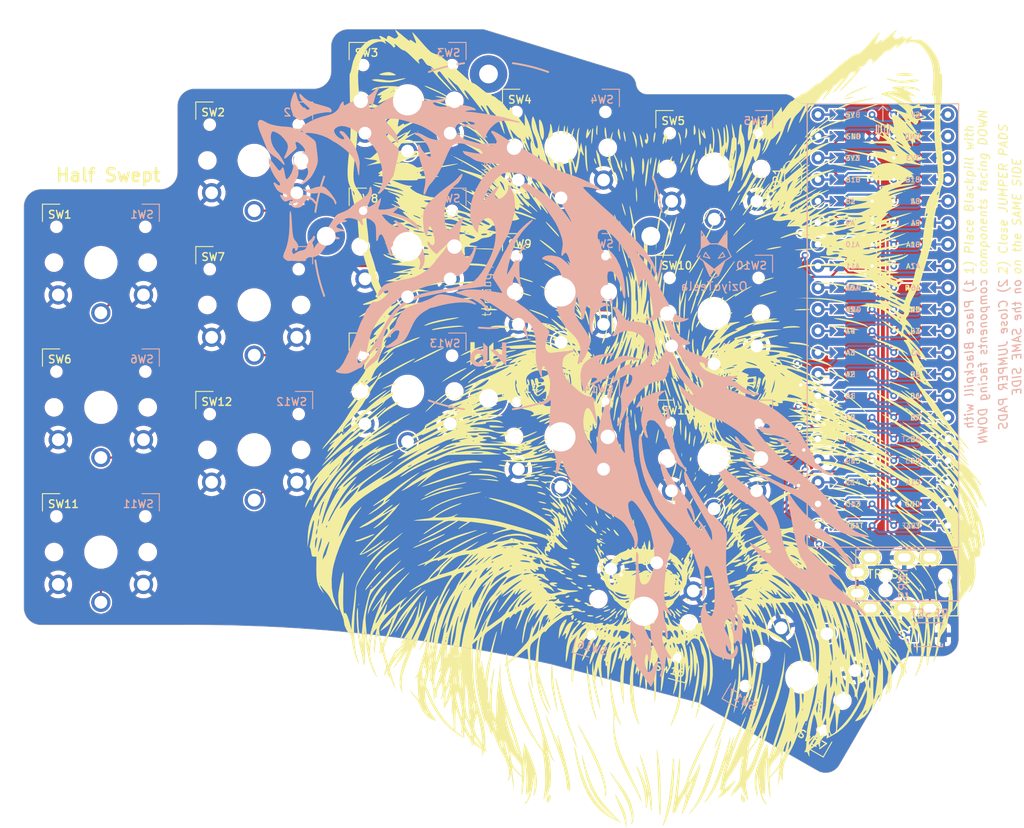
<source format=kicad_pcb>
(kicad_pcb (version 20221018) (generator pcbnew)
  (layers (0 "F.Cu" signal) (31 "B.Cu" signal) (34 "B.Paste" user) (35 "F.Paste" user) (36 "B.SilkS" user "B.Silkscreen") (37 "F.SilkS" user "F.Silkscreen") (38 "B.Mask" user) (39 "F.Mask" user) (44 "Edge.Cuts" user))
  (net 0 "")
  (net 1 "gnd")
  (net 2 "vcc")
  (net 3 "reset")
  (net 4 "Switch1")
  (net 5 "Switch2")
  (net 6 "Switch3")
  (net 7 "Switch4")
  (net 8 "Switch5")
  (net 9 "Switch6")
  (net 10 "Switch7")
  (net 11 "Switch8")
  (net 12 "Switch9")
  (net 13 "Switch10")
  (net 14 "Switch11")
  (net 15 "Switch12")
  (net 16 "Switch13")
  (net 17 "Switch14")
  (net 18 "Switch15")
  (net 19 "Switch16")
  (net 20 "Switch17")
  (net 21 "raw")
  (net 33 "data")
  (net 34 "unconnected-(J1-PadA)")
  (net 36 "hand")
  (net 37 "unconnected-(U1-A15-Pad31)")
  (footprint "Blackpill:TRRS 2side" (layer "F.Cu") (at 121.285 83.693)
    (fp_text reference "J1")
    (fp_text value "AudioJack4dpb")
  )
  (footprint "* duckyb-collection:SW_PG1350_rev_DPB" (layer "F.Cu") (at 27.08 46.08)
    (fp_text reference "SW1" hide)
    (fp_text value "SW_Push" hide)
  )
  (footprint "* duckyb-collection:SW_PG1350_rev_DPB" (layer "F.Cu") (at 45.08 34.08)
    (fp_text reference "SW2" hide)
    (fp_text value "SW_Push" hide)
  )
  (footprint "* duckyb-collection:SW_PG1350_rev_DPB" (layer "F.Cu") (at 63.08 27.08)
    (fp_text reference "SW3" hide)
    (fp_text value "SW_Push" hide)
  )
  (footprint "* duckyb-collection:SW_PG1350_rev_DPB" (layer "F.Cu") (at 81.08 32.58)
    (fp_text reference "SW4" hide)
    (fp_text value "SW_Push" hide)
  )
  (footprint "* duckyb-collection:SW_PG1350_rev_DPB" (layer "F.Cu") (at 99.08 35.08)
    (fp_text reference "SW5" hide)
    (fp_text value "SW_Push" hide)
  )
  (footprint "* duckyb-collection:SW_PG1350_rev_DPB" (layer "F.Cu") (at 27.08 63.08)
    (fp_text reference "SW6" hide)
    (fp_text value "SW_Push" hide)
  )
  (footprint "* duckyb-collection:SW_PG1350_rev_DPB" (layer "F.Cu") (at 45.08 51.054)
    (fp_text reference "SW7" hide)
    (fp_text value "SW_Push" hide)
  )
  (footprint "* duckyb-collection:SW_PG1350_rev_DPB" (layer "F.Cu") (at 63.08 44.196)
    (fp_text reference "SW8" hide)
    (fp_text value "SW_Push" hide)
  )
  (footprint "* duckyb-collection:SW_PG1350_rev_DPB" (layer "F.Cu") (at 81.08 49.53)
    (fp_text reference "SW9" hide)
    (fp_text value "SW_Push" hide)
  )
  (footprint "* duckyb-collection:SW_PG1350_rev_DPB" (layer "F.Cu") (at 99.06 52.07)
    (fp_text reference "SW10" hide)
    (fp_text value "SW_Push" hide)
  )
  (footprint "* duckyb-collection:SW_PG1350_rev_DPB" (layer "F.Cu") (at 27.08 80.08)
    (fp_text reference "SW11" hide)
    (fp_text value "SW_Push" hide)
  )
  (footprint "* duckyb-collection:SW_PG1350_rev_DPB" (layer "F.Cu") (at 45.08 68.072)
    (fp_text reference "SW12" hide)
    (fp_text value "SW_Push" hide)
  )
  (footprint "* duckyb-collection:SW_PG1350_rev_DPB" (layer "F.Cu") (at 63.08 61.214)
    (fp_text reference "SW13" hide)
    (fp_text value "SW_Push" hide)
  )
  (footprint "* duckyb-collection:SW_PG1350_rev_DPB" (layer "F.Cu") (at 81.08 66.548)
    (fp_text reference "SW14" hide)
    (fp_text value "SW_Push" hide)
  )
  (footprint "* duckyb-collection:SW_PG1350_rev_DPB" (layer "F.Cu") (at 99.06 69.088)
    (fp_text reference "SW15" hide)
    (fp_text value "SW_Push" hide)
  )
  (footprint "* duckyb-collection:SW_PG1350_rev_DPB" (layer "F.Cu") (at 109.356 94.78 150)
    (fp_text reference "SW17" hide)
    (fp_text value "SW_Push" hide)
  )
  (footprint "* duckyb-collection:SW_PG1350_rev_DPB" (layer "F.Cu") (at 90.796 87.03 165)
    (fp_text reference "SW16" hide)
    (fp_text value "SW_Push" hide)
  )
  (footprint "kbd:Tenting_Puck2" (layer "F.Cu") (at 72.58 42.98)
    (fp_text reference "REF**")
    (fp_text value "Tenting Puck")
  )
  (footprint "* duckyb-collection:Tactile-Switch_SMT" (layer "F.Cu") (at 124.206 89.789 180)
    (fp_text reference "RSW1" hide)
    (fp_text value "SW_Push")
  )
  (footprint "Blackpill:Blakpill" (layer "F.Cu") (at 118.872 54.102)
    (fp_text reference "U1")
    (fp_text value "Blackpill")
  )
  (footprint "Blackpill:HD_fox" (layer "F.Cu") (at 90.805 68.072)
    (fp_text reference "G***" hide)
    (fp_text value "LOGO" hide)
  )
  (footprint "Jumper:SolderJumper-3_P1.3mm_Open_RoundedPad1.0x1.5mm" (layer "F.Cu") (at 108.331 36.225 90)
    (fp_text reference "JP1")
    (fp_text value "SolderJumper_3_Open")
  )
  (footprint "Logo:Logo" (layer "B.Cu") (at 99.06 47.879 180)
    (fp_text reference "REF**" hide)
    (fp_text value "OziyoTesla")
  )
  (footprint "Blackpill:jumping_fox" (layer "B.Cu") (at 77.089 60.452 165)
    (fp_text reference "G***" hide)
    (fp_text value "LOGO" hide)
  )
  (gr_line (start 126.492 27.432) (end 109.855 27.432) (stroke (width 0.05)) (layer "Edge.Cuts"))
  (gr_line (start 54.102 20.701) (end 54.102 23.622) (stroke (width 0.05)) (layer "Edge.Cuts"))
  (gr_line (start 108.687567 26.948433) (end 108.482433 26.772567) (stroke (width 0.05)) (layer "Edge.Cuts"))
  (gr_line (start 20.066 88.646) (end 36.195 88.646) (stroke (width 0.05)) (layer "Edge.Cuts"))
  (gr_line (start 107.315 26.289) (end 91.186 26.288999) (stroke (width 0.05)) (layer "Edge.Cuts"))
  (gr_arc (start 88.725473 23.788342) (mid 89.526999 24.296898) (end 89.923769 25.159248) (stroke (width 0.05)) (layer "Edge.Cuts"))
  (gr_arc (start 18.034 39.497) (mid 18.629159 38.060159) (end 20.066 37.465) (stroke (width 0.05)) (layer "Edge.Cuts"))
  (gr_line (start 52.07 25.654) (end 38.1 25.654) (stroke (width 0.05)) (layer "Edge.Cuts"))
  (gr_arc (start 109.855 27.432) (mid 109.22319 27.306325) (end 108.687567 26.948433) (stroke (width 0.05)) (layer "Edge.Cuts"))
  (gr_arc (start 20.066 88.646) (mid 18.629159 88.050841) (end 18.034 86.614) (stroke (width 0.05)) (layer "Edge.Cuts"))
  (gr_arc (start 36.195 88.646001) (mid 58.13787 89.713013) (end 79.821108 93.243633) (stroke (width 0.05)) (layer "Edge.Cuts"))
  (gr_arc (start 54.102 23.622) (mid 53.506841 25.058841) (end 52.07 25.654) (stroke (width 0.05)) (layer "Edge.Cuts"))
  (gr_line (start 113.792 105.029) (end 120.523001 93.481304) (stroke (width 0.05)) (layer "Edge.Cuts"))
  (gr_line (start 72.009 18.669) (end 56.134 18.669) (stroke (width 0.05)) (layer "Edge.Cuts"))
  (gr_line (start 79.821108 93.243633) (end 97.253437 97.79) (stroke (width 0.05)) (layer "Edge.Cuts"))
  (gr_line (start 34.036 37.465) (end 20.066 37.465) (stroke (width 0.05)) (layer "Edge.Cuts"))
  (gr_line (start 18.034 39.497) (end 18.034 86.614) (stroke (width 0.05)) (layer "Edge.Cuts"))
  (gr_arc (start 36.068 35.433) (mid 35.472841 36.869841) (end 34.036 37.465) (stroke (width 0.05)) (layer "Edge.Cuts"))
  (gr_arc (start 91.186 26.288999) (mid 90.33901 25.965312) (end 89.923769 25.159248) (stroke (width 0.05)) (layer "Edge.Cuts"))
  (gr_arc (start 113.792 105.029) (mid 112.679815 105.936051) (end 111.252 105.791) (stroke (width 0.05)) (layer "Edge.Cuts"))
  (gr_line (start 88.725473 23.788342) (end 72.009 18.669) (stroke (width 0.05)) (layer "Edge.Cuts"))
  (gr_line (start 97.253437 97.79) (end 111.252 105.791) (stroke (width 0.05)) (layer "Edge.Cuts"))
  (gr_line (start 36.068 27.686) (end 36.068 35.433) (stroke (width 0.05)) (layer "Edge.Cuts"))
  (gr_arc (start 36.068 27.686) (mid 36.663159 26.249159) (end 38.1 25.654) (stroke (width 0.05)) (layer "Edge.Cuts"))
  (gr_arc (start 54.102 20.701) (mid 54.697159 19.264159) (end 56.134 18.669) (stroke (width 0.05)) (layer "Edge.Cuts"))
  (gr_arc (start 127.762 90.297) (mid 127.166841 91.733841) (end 125.73 92.329) (stroke (width 0.05)) (layer "Edge.Cuts"))
  (gr_arc (start 120.523001 93.481304) (mid 121.241627 92.642267) (end 122.301 92.329) (stroke (width 0.05)) (layer "Edge.Cuts"))
  (gr_line (start 122.301 92.329) (end 125.73 92.329) (stroke (width 0.05)) (layer "Edge.Cuts"))
  (gr_line (start 127.762 28.702) (end 127.762 90.297) (stroke (width 0.05)) (layer "Edge.Cuts"))
  (gr_arc (start 107.315 26.289) (mid 107.94681 26.414675) (end 108.482433 26.772567) (stroke (width 0.05)) (layer "Edge.Cuts"))
  (gr_arc (start 126.492 27.432) (mid 127.390026 27.803974) (end 127.762 28.702) (stroke (width 0.05)) (layer "Edge.Cuts"))
  (gr_text "RAW" (at 116.40097 49.0728) (layer "B.SilkS") (effects (font (size 0.6 0.6) (thickness 0.12)) (justify left mirror)))
  (gr_text "2) Close JUMPER PADS\non the SAME SIDE" (at 133.8 47.9 90) (layer "B.SilkS") (effects (font (size 1 1) (thickness 0.15) italic) (justify left mirror)))
  (gr_text "GND" (at 116.40097 51.6128) (layer "B.SilkS") (effects (font (size 0.6 0.6) (thickness 0.12)) (justify left mirror)))
  (gr_text "1) Place Blackpill with\ncomponents facing DOWN" (at 129.8 47.9 90) (layer "B.SilkS") (effects (font (size 1 1) (thickness 0.15) italic) (justify left mirror)))
  (gr_text "1) Place Blackpill with\ncomponents facing DOWN" (at 129.8 47.6 90) (layer "F.SilkS") (effects (font (size 1 1) (thickness 0.15) italic) (justify left)))
  (gr_text "Half Swept" (at 27.94 35.814) (layer "F.SilkS") (effects (font (size 1.5 1.5) (thickness 0.3))))
  (gr_text "GND" (at 121.3612 51.6128) (layer "F.SilkS") (effects (font (size 0.6 0.6) (thickness 0.12)) (justify left)))
  (gr_text "2) Close JUMPER PADS\non the SAME SIDE" (at 133.8 47.6 90) (layer "F.SilkS") (effects (font (size 1 1) (thickness 0.15) italic) (justify left)))
  (gr_text "TRRS" (at 118.872 82.677) (layer "F.SilkS") (effects (font (size 1 1))))
  (gr_text "RAW" (at 121.3612 49.0728) (layer "F.SilkS") (effects (font (size 0.6 0.6) (thickness 0.12)) (justify left)))
  (segment (start 121.385 80.718) (end 121.385 86.668) (width 0.25) (layer "F.Cu") (net 1))
  (segment (start 110.744 32.512) (end 112.776 32.512) (width 0.25) (layer "F.Cu") (net 1))
  (segment (start 108.331 34.925) (end 110.744 32.512) (width 0.25) (layer "F.Cu") (net 1))
  (segment (start 120.498 80.44) (end 120.478 80.42) (width 0.25) (layer "F.Cu") (net 1))
  (segment (start 112.776 32.512) (end 114.046 31.242) (width 0.25) (layer "F.Cu") (net 1))
  (segment (start 118.327 34.507) (end 117.602 33.782) (width 0.25) (layer "F.Cu") (net 2))
  (segment (start 118.327 76.237) (end 118.327 37.592) (width 0.25) (layer "F.Cu") (net 2))
  (segment (start 118.327 37.592) (end 118.327 34.507) (width 0.25) (layer "F.Cu") (net 2))
  (segment (start 117.385 80.718) (end 117.385 77.179) (width 0.25) (layer "F.Cu") (net 2))
  (segment (start 118.15098 85.90202) (end 117.385 86.668) (width 0.25) (layer "F.Cu") (net 2))
  (segment (start 108.398 37.592) (end 118.327 37.592) (width 0.25) (layer "F.Cu") (net 2))
  (segment (start 108.331 37.525) (end 108.398 37.592) (width 0.25) (layer "F.Cu") (net 2))
  (segment (start 118.15098 81.48398) (end 118.15098 85.90202) (width 0.25) (layer "F.Cu") (net 2))
  (segment (start 117.385 77.179) (end 117.602 76.962) (width 0.25) (layer "F.Cu") (net 2))
  (segment (start 117.602 76.962) (end 118.327 76.237) (width 0.25) (layer "F.Cu") (net 2))
  (segment (start 117.385 80.718) (end 118.15098 81.48398) (width 0.25) (layer "F.Cu") (net 2))
  (segment (start 112.776 68.072) (end 114.046 66.802) (width 0.25) (layer "F.Cu") (net 3))
  (segment (start 118.515449 89.789) (end 111.379 82.652551) (width 0.25) (layer "F.Cu") (net 3))
  (segment (start 111.379 82.652551) (end 111.379 79.121) (width 0.25) (layer "F.Cu") (net 3))
  (segment (start 110.606799 68.082201) (end 110.617 68.072) (width 0.25) (layer "F.Cu") (net 3))
  (segment (start 122.506 89.789) (end 121.285 89.789) (width 0.25) (layer "F.Cu") (net 3))
  (segment (start 121.285 89.789) (end 118.515449 89.789) (width 0.25) (layer "F.Cu") (net 3))
  (segment (start 109.582201 68.082201) (end 110.606799 68.082201) (width 0.25) (layer "F.Cu") (net 3))
  (segment (start 110.617 68.072) (end 112.776 68.072) (width 0.25) (layer "F.Cu") (net 3))
  (via (at 111.379 79.121) (size 0.8) (drill 0.4) (layers "F.Cu" "B.Cu") (net 3))
  (via (at 109.582201 68.082201) (size 0.8) (drill 0.4) (layers "F.Cu" "B.Cu") (net 3))
  (via (at 121.285 89.789) (size 0.8) (drill 0.4) (layers "F.Cu" "B.Cu") (net 3))
  (segment (start 109.582201 68.082201) (end 107.564701 70.099701) (width 0.25) (layer "B.Cu") (net 3))
  (segment (start 107.564701 75.306701) (end 111.379 79.121) (width 0.25) (layer "B.Cu") (net 3))
  (segment (start 122.506 89.789) (end 121.285 89.789) (width 0.25) (layer "B.Cu") (net 3))
  (segment (start 107.564701 70.099701) (end 107.564701 75.306701) (width 0.25) (layer "B.Cu") (net 3))
  (segment (start 70.612 46.482) (end 75.819 51.689) (width 0.25) (layer "F.Cu") (net 4))
  (segment (start 54.3837 47.7243) (end 55.626 46.482) (width 0.25) (layer "F.Cu") (net 4))
  (segment (start 75.819 51.689) (end 90.297 51.689) (width 0.25) (layer "F.Cu") (net 4))
  (segment (start 110.236 47.752) (end 112.776 47.752) (width 0.25) (layer "F.Cu") (net 4))
  (segment (start 108.839 49.149) (end 110.236 47.752) (width 0.25) (layer "F.Cu") (net 4))
  (segment (start 90.297 51.689) (end 92.837 49.149) (width 0.25) (layer "F.Cu") (net 4))
  (segment (start 27.08 51.98) (end 31.3357 47.7243) (width 0.25) (layer "F.Cu") (net 4))
  (segment (start 55.626 46.482) (end 70.612 46.482) (width 0.25) (layer "F.Cu") (net 4))
  (segment (start 92.837 49.149) (end 108.839 49.149) (width 0.25) (layer "F.Cu") (net 4))
  (segment (start 31.3357 47.7243) (end 54.3837 47.7243) (width 0.25) (layer "F.Cu") (net 4))
  (segment (start 112.776 47.752) (end 114.046 46.482) (width 0.25) (layer "F.Cu") (net 4))
  (segment (start 56.64521 39.98) (end 45.08 39.98) (width 0.25) (layer "F.Cu") (net 5))
  (segment (start 109.728 45.212) (end 108.389 46.551) (width 0.25) (layer "F.Cu") (net 5))
  (segment (start 65.7957 39.1257) (end 57.49951 39.1257) (width 0.25) (layer "F.Cu") (net 5))
  (segment (start 108.389 46.551) (end 73.221 46.551) (width 0.25) (layer "F.Cu") (net 5))
  (segment (start 57.49951 39.1257) (end 56.64521 39.98) (width 0.25) (layer "F.Cu") (net 5))
  (segment (start 73.221 46.551) (end 65.7957 39.1257) (width 0.25) (layer "F.Cu") (net 5))
  (via (at 109.728 45.212) (size 0.8) (drill 0.4) (layers "F.Cu" "B.Cu") (net 5))
  (segment (start 109.728 46.495251) (end 110.982749 47.75) (width 0.25) (layer "B.Cu") (net 5))
  (segment (start 110.982749 47.75) (end 122.426 47.75) (width 0.25) (layer "B.Cu") (net 5))
  (segment (start 109.728 45.212) (end 109.728 46.495251) (width 0.25) (layer "B.Cu") (net 5))
  (segment (start 122.426 47.75) (end 123.698 49.022) (width 0.25) (layer "B.Cu") (net 5))
  (segment (start 114.046 43.942) (end 112.776 42.672) (width 0.25) (layer "F.Cu") (net 6))
  (segment (start 85.725 42.164) (end 75.438 42.164) (width 0.25) (layer "F.Cu") (net 6))
  (segment (start 95.377 43.942) (end 93.218 46.101) (width 0.25) (layer "F.Cu") (net 6))
  (segment (start 93.218 46.101) (end 89.662 46.101) (width 0.25) (layer "F.Cu") (net 6))
  (segment (start 89.662 46.101) (end 85.725 42.164) (width 0.25) (layer "F.Cu") (net 6))
  (segment (start 110.49 42.672) (end 109.22 43.942) (width 0.25) (layer "F.Cu") (net 6))
  (segment (start 66.254 32.98) (end 63.08 32.98) (width 0.25) (layer "F.Cu") (net 6))
  (segment (start 112.776 42.672) (end 110.49 42.672) (width 0.25) (layer "F.Cu") (net 6))
  (segment (start 75.438 42.164) (end 66.254 32.98) (width 0.25) (layer "F.Cu") (net 6))
  (segment (start 109.22 43.942) (end 95.377 43.942) (width 0.25) (layer "F.Cu") (net 6))
  (segment (start 81.08 38.48) (end 90.931 38.48) (width 0.25) (layer "F.Cu") (net 7))
  (segment (start 95.123 42.672) (end 109.22 42.672) (width 0.25) (layer "F.Cu") (net 7))
  (segment (start 90.931 38.48) (end 93.599 41.148) (width 0.25) (layer "F.Cu") (net 7))
  (segment (start 93.599 41.148) (end 95.123 42.672) (width 0.25) (layer "F.Cu") (net 7))
  (via (at 109.22 42.672) (size 0.8) (drill 0.4) (layers "F.Cu" "B.Cu") (net 7))
  (segment (start 109.22 42.672) (end 112.776 42.672) (width 0.25) (layer "B.Cu") (net 7))
  (segment (start 112.776 42.672) (end 114.046 43.942) (width 0.25) (layer "B.Cu") (net 7))
  (segment (start 110.617 40.132) (end 112.776 40.132) (width 0.25) (layer "F.Cu") (net 8))
  (segment (start 109.769 40.98) (end 110.617 40.132) (width 0.25) (layer "F.Cu") (net 8))
  (segment (start 112.776 40.132) (end 114.046 41.402) (width 0.25) (layer "F.Cu") (net 8))
  (segment (start 99.08 40.98) (end 109.769 40.98) (width 0.25) (layer "F.Cu") (net 8))
  (segment (start 42.4755 59.1245) (end 74.6185 59.1245) (width 0.25) (layer "F.Cu") (net 9))
  (segment (start 32.62 68.98) (end 42.4755 59.1245) (width 0.25) (layer "F.Cu") (net 9))
  (segment (start 74.6185 59.1245) (end 78.7123 63.2183) (width 0.25) (layer "F.Cu") (net 9))
  (segment (start 108.7397 63.2183) (end 108.966 62.992) (width 0.25) (layer "F.Cu") (net 9))
  (segment (start 78.7123 63.2183) (end 108.7397 63.2183) (width 0.25) (layer "F.Cu") (net 9))
  (segment (start 27.08 68.98) (end 32.62 68.98) (width 0.25) (layer "F.Cu") (net 9))
  (via (at 108.966 62.992) (size 0.8) (drill 0.4) (layers "F.Cu" "B.Cu") (net 9))
  (segment (start 112.776 62.992) (end 114.046 61.722) (width 0.25) (layer "B.Cu") (net 9))
  (segment (start 108.966 62.992) (end 112.776 62.992) (width 0.25) (layer "B.Cu") (net 9))
  (segment (start 45.08 56.954) (end 56.68921 56.954) (width 0.25) (layer "F.Cu") (net 10))
  (segment (start 109.347 61.468) (end 110.871 62.992) (width 0.25) (layer "F.Cu") (net 10))
  (segment (start 57.49951 56.1437) (end 73.6697 56.1437) (width 0.25) (layer "F.Cu") (net 10))
  (segment (start 110.871 62.992) (end 112.776 62.992) (width 0.25) (layer "F.Cu") (net 10))
  (segment (start 56.68921 56.954) (end 57.49951 56.1437) (width 0.25) (layer "F.Cu") (net 10))
  (segment (start 112.776 62.992) (end 114.046 61.722) (width 0.25) (layer "F.Cu") (net 10))
  (segment (start 73.6697 56.1437) (end 78.994 61.468) (width 0.25) (layer "F.Cu") (net 10))
  (segment (start 78.994 61.468) (end 109.347 61.468) (width 0.25) (layer "F.Cu") (net 10))
  (segment (start 79.883 60.452) (end 109.22 60.452) (width 0.25) (layer "F.Cu") (net 11))
  (segment (start 69.527 50.096) (end 79.883 60.452) (width 0.25) (layer "F.Cu") (net 11))
  (segment (start 63.08 50.096) (end 69.527 50.096) (width 0.25) (layer "F.Cu") (net 11))
  (via (at 109.22 60.452) (size 0.8) (drill 0.4) (layers "F.Cu" "B.Cu") (net 11))
  (segment (start 109.22 60.452) (end 112.776 60.452) (width 0.25) (layer "B.Cu") (net 11))
  (segment (start 112.776 60.452) (end 114.046 59.182) (width 0.25) (layer "B.Cu") (net 11))
  (segment (start 112.776 60.452) (end 110.744 60.452) (width 0.25) (layer "F.Cu") (net 12))
  (segment (start 85.213 59.563) (end 81.08 55.43) (width 0.25) (layer "F.Cu") (net 12))
  (segment (start 110.744 60.452) (end 109.855 59.563) (width 0.25) (layer "F.Cu") (net 12))
  (segment (start 109.855 59.563) (end 85.213 59.563) (width 0.25) (layer "F.Cu") (net 12))
  (segment (start 114.046 59.182) (end 112.776 60.452) (width 0.25) (layer "F.Cu") (net 12))
  (segment (start 99.06 57.97) (end 108.781 57.97) (width 0.25) (layer "F.Cu") (net 13))
  (segment (start 108.781 57.97) (end 108.839 57.912) (width 0.25) (layer "F.Cu") (net 13))
  (via (at 108.839 57.912) (size 0.8) (drill 0.4) (layers "F.Cu" "B.Cu") (net 13))
  (segment (start 112.776 57.912) (end 114.046 56.642) (width 0.25) (layer "B.Cu") (net 13))
  (segment (start 108.839 57.912) (end 112.776 57.912) (width 0.25) (layer "B.Cu") (net 13))
  (segment (start 105.028 77.344) (end 109.728 72.644) (width 0.25) (layer "F.Cu") (net 14))
  (segment (start 34.75 75.75) (end 49 75.75) (width 0.25) (layer "F.Cu") (net 14))
  (segment (start 76.127208 74.9) (end 92.740113 74.9) (width 0.25) (layer "F.Cu") (net 14))
  (segment (start 95.184113 77.344) (end 105.028 77.344) (width 0.25) (layer "F.Cu") (net 14))
  (segment (start 110.744 70.612) (end 116.332 70.612) (width 0.25) (layer "F.Cu") (net 14))
  (segment (start 109.728 72.644) (end 109.728 71.628) (width 0.25) (layer "F.Cu") (net 14))
  (segment (start 116.332 70.612) (end 117.602 69.342) (width 0.25) (layer "F.Cu") (net 14))
  (segment (start 27.08 83.42) (end 34.75 75.75) (width 0.25) (layer "F.Cu") (net 14))
  (segment (start 55.3 69.45) (end 70.677208 69.45) (width 0.25) (layer "F.Cu") (net 14))
  (segment (start 92.740113 74.9) (end 95.184113 77.344) (width 0.25) (layer "F.Cu") (net 14))
  (segment (start 27.08 85.98) (end 27.08 83.42) (width 0.25) (layer "F.Cu") (net 14))
  (segment (start 109.728 71.628) (end 110.744 70.612) (width 0.25) (layer "F.Cu") (net 14))
  (segment (start 70.677208 69.45) (end 76.127208 74.9) (width 0.25) (layer "F.Cu") (net 14))
  (segment (start 49 75.75) (end 55.3 69.45) (width 0.25) (layer "F.Cu") (net 14))
  (segment (start 108.966 72.263) (end 108.966 72.284) (width 0.25) (layer "F.Cu") (net 15))
  (segment (start 76.313604 74.45) (end 70.863604 69) (width 0.25) (layer "F.Cu") (net 15))
  (segment (start 52.75 69.75) (end 49.302 69.75) (width 0.25) (layer "F.Cu") (net 15))
  (segment (start 53.5 69) (end 52.75 69.75) (width 0.25) (layer "F.Cu") (net 15))
  (segment (start 108.966 72.284) (end 107.75 73.5) (width 0.25) (layer "F.Cu") (net 15))
  (segment (start 107.75 73.5) (end 107.75 73.861396) (width 0.25) (layer "F.Cu") (net 15))
  (segment (start 107.75 73.861396) (end 104.717396 76.894) (width 0.25) (layer "F.Cu") (net 15))
  (segment (start 92.926509 74.45) (end 76.313604 74.45) (width 0.25) (layer "F.Cu") (net 15))
  (segment (start 95.370509 76.894) (end 92.926509 74.45) (width 0.25) (layer "F.Cu") (net 15))
  (segment (start 104.717396 76.894) (end 95.370509 76.894) (width 0.25) (layer "F.Cu") (net 15))
  (segment (start 49.302 69.75) (end 45.08 73.972) (width 0.25) (layer "F.Cu") (net 15))
  (segment (start 70.863604 69) (end 53.5 69) (width 0.25) (layer "F.Cu") (net 15))
  (via (at 108.966 72.263) (size 0.8) (drill 0.4) (layers "F.Cu" "B.Cu") (net 15))
  (segment (start 112.776 70.612) (end 114.046 69.342) (width 0.25) (layer "B.Cu") (net 15))
  (segment (start 110.617 70.612) (end 112.776 70.612) (width 0.25) (layer "B.Cu") (net 15))
  (segment (start 108.966 72.263) (end 110.617 70.612) (width 0.25) (layer "B.Cu") (net 15))
  (segment (start 93.112905 74) (end 76.5 74) (width 0.25) (layer "F.Cu") (net 16))
  (segment (start 106.934 74.041) (end 104.531 76.444) (width 0.25) (layer "F.Cu") (net 16))
  (segment (start 76.5 74) (end 69.614 67.114) (width 0.25) (layer "F.Cu") (net 16))
  (segment (start 95.556905 76.444) (end 93.112905 74) (width 0.25) (layer "F.Cu") (net 16))
  (segment (start 106.934 73.152) (end 106.934 74.041) (width 0.25) (layer "F.Cu") (net 16))
  (segment (start 109.728 70.358) (end 106.934 73.152) (width 0.25) (layer "F.Cu") (net 16))
  (segment (start 69.614 67.114) (end 63.08 67.114) (width 0.25) (layer "F.Cu") (net 16))
  (segment (start 104.531 76.444) (end 95.556905 76.444) (width 0.25) (layer "F.Cu") (net 16))
  (via (at 109.728 70.358) (size 0.8) (drill 0.4) (layers "F.Cu" "B.Cu") (net 16))
  (segment (start 112.776 68.072) (end 114.046 66.802) (width 0.25) (layer "B.Cu") (net 16))
  (segment (start 109.728 68.961) (end 110.617 68.072) (width 0.25) (layer "B.Cu") (net 16))
  (segment (start 109.728 70.358) (end 109.728 68.961) (width 0.25) (layer "B.Cu") (net 16))
  (segment (start 110.617 68.072) (end 112.776 68.072) (width 0.25) (layer "B.Cu") (net 16))
  (segment (start 110.744 65.532) (end 110.019 64.807) (width 0.25) (layer "F.Cu") (net 17))
  (segment (start 81.08 72.42) (end 81.08 72.448) (width 0.25) (layer "F.Cu") (net 17))
  (segment (start 110.019 64.807) (end 108.792695 64.807) (width 0.25) (layer "F.Cu") (net 17))
  (segment (start 112.776 65.532) (end 110.744 65.532) (width 0.25) (layer "F.Cu") (net 17))
  (segment (start 87.25 68) (end 85.5 68) (width 0.25) (layer "F.Cu") (net 17))
  (segment (start 114.046 64.262) (end 112.776 65.532) (width 0.25) (layer "F.Cu") (net 17))
  (segment (start 107.718537 65.881158) (end 89.368842 65.881158) (width 0.25) (layer "F.Cu") (net 17))
  (segment (start 89.368842 65.881158) (end 87.25 68) (width 0.25) (layer "F.Cu") (net 17))
  (segment (start 108.792695 64.807) (end 107.718537 65.881158) (width 0.25) (layer "F.Cu") (net 17))
  (segment (start 85.5 68) (end 81.08 72.42) (width 0.25) (layer "F.Cu") (net 17))
  (segment (start 99.06 74.988) (end 103.309 70.739) (width 0.25) (layer "F.Cu") (net 18))
  (segment (start 109.093 67.056) (end 109.093 65.532) (width 0.25) (layer "F.Cu") (net 18))
  (segment (start 103.309 70.739) (end 105.41 70.739) (width 0.25) (layer "F.Cu") (net 18))
  (segment (start 105.41 70.739) (end 109.093 67.056) (width 0.25) (layer "F.Cu") (net 18))
  (via (at 109.093 65.532) (size 0.8) (drill 0.4) (layers "F.Cu" "B.Cu") (net 18))
  (segment (start 109.093 65.532) (end 112.776 65.532) (width 0.25) (layer "B.Cu") (net 18))
  (segment (start 112.776 65.532) (end 114.046 64.262) (width 0.25) (layer "B.Cu") (net 18))
  (segment (start 117.602 71.882) (end 116.332 73.152) (width 0.25) (layer "F.Cu") (net 19))
  (segment (start 116.332 73.152) (end 110.744 73.152) (width 0.25) (layer "F.Cu") (net 19))
  (segment (start 109.982 75.184) (end 103.834962 81.331038) (width 0.25) (layer "F.Cu") (net 19))
  (segment (start 103.834962 81.331038) (end 92.323032 81.331038) (width 0.25) (layer "F.Cu") (net 19))
  (segment (start 110.744 73.152) (end 109.982 73.914) (width 0.25) (layer "F.Cu") (net 19))
  (segment (start 109.982 73.914) (end 109.982 75.184) (width 0.25) (layer "F.Cu") (net 19))
  (segment (start 116.149 75.875) (end 110.561 75.875) (width 0.25) (layer "F.Cu") (net 20))
  (segment (start 109.982 87.34645) (end 112.306 89.67045) (width 0.25) (layer "F.Cu") (net 20))
  (segment (start 117.602 74.422) (end 116.149 75.875) (width 0.25) (layer "F.Cu") (net 20))
  (segment (start 110.561 75.875) (end 109.982 76.454) (width 0.25) (layer "F.Cu") (net 20))
  (segment (start 109.982 76.454) (end 109.982 87.34645) (width 0.25) (layer "F.Cu") (net 20))
  (segment (start 123.21 79.543) (end 124.385 80.718) (width 0.25) (layer "F.Cu") (net 33))
  (segment (start 121.453 79.543) (end 123.21 79.543) (width 0.25) (layer "F.Cu") (net 33))
  (segment (start 124.385 86.668) (end 124.385 80.718) (width 0.25) (layer "F.Cu") (net 33))
  (segment (start 119.417 42.127) (end 119.417 77.507) (width 0.25) (layer "F.Cu") (net 33))
  (segment (start 120.142 41.402) (end 119.417 42.127) (width 0.25) (layer "F.Cu") (net 33))
  (segment (start 119.417 77.507) (end 121.453 79.543) (width 0.25) (layer "F.Cu") (net 33))
  (segment (start 115.885 84.918) (end 115.885 82.468) (width 0.25) (layer "F.Cu") (net 34))
  (segment (start 109.317 36.225) (end 110.49 35.052) (width 0.25) (layer "F.Cu") (net 36))
  (segment (start 112.776 35.052) (end 114.046 36.322) (width 0.25) (layer "F.Cu") (net 36))
  (segment (start 108.331 36.225) (end 109.317 36.225) (width 0.25) (layer "F.Cu") (net 36))
  (segment (start 110.49 35.052) (end 112.776 35.052) (width 0.25) (layer "F.Cu") (net 36))
  (segment (start 114.7572 52.2732) (end 114.046 51.562) (width 0.25) (layer "B.Cu") (net 37))
  (segment (start 115.1636 52.2732) (end 114.7572 52.2732) (width 0.25) (layer "B.Cu") (net 37))
  (zone (net 1) (net_name "gnd") (layers "F&B.Cu") (connect_pads (clearance 0.2)) (min_thickness 0.254) (fill yes (thermal_gap 0.508) (thermal_bridge_width 0.508))
    (polygon (pts (xy 15.24 15.24) (xy 132.08 15.24) (xy 132.08 109.22) (xy 15.24 109.22)))
  )
  (zone (net 0) (net_name "") (layers "F.Cu" "Edge.Cuts") (name "GND_STOP") (connect_pads (clearance 0)) (min_thickness 0.25)
    (keepout (tracks allowed) (vias allowed) (pads allowed) (copperpour not_allowed) (footprints allowed))
    (fill (thermal_gap 0.5) (thermal_bridge_width 0.5))
    (polygon (pts (xy 107.315 34.036) (xy 109.347 34.036) (xy 109.347 38.354) (xy 107.315 38.354)))
  )
)
</source>
